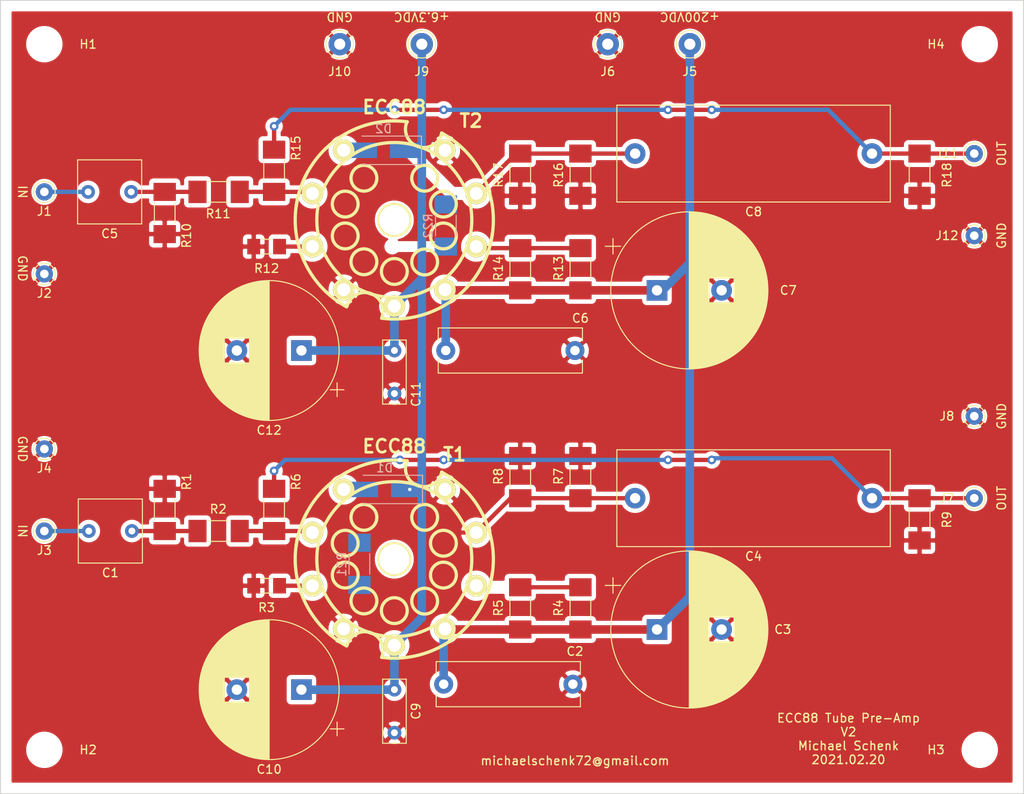
<source format=kicad_pcb>
(kicad_pcb (version 20171130) (host pcbnew "(5.1.9-0-10_14)")
  (layers (0 F.Cu signal) (31 B.Cu signal) (34 B.Paste user) (35 F.Paste user) (36 B.SilkS user) (37 F.SilkS user) (38 B.Mask user) (39 F.Mask user) (44 Edge.Cuts user))
  (net 0 "")
  (net 1 "Net-(C1-Pad2)")
  (net 2 "Net-(C1-Pad1)")
  (net 3 GND)
  (net 4 VDDA)
  (net 5 "Net-(C4-Pad2)")
  (net 6 "Net-(C4-Pad1)")
  (net 7 VDDF)
  (net 8 "Net-(R2-Pad1)")
  (net 9 "Net-(R3-Pad1)")
  (net 10 "Net-(C5-Pad2)")
  (net 11 "Net-(C5-Pad1)")
  (net 12 "Net-(C8-Pad2)")
  (net 13 "Net-(C8-Pad1)")
  (net 14 "Net-(R11-Pad1)")
  (net 15 "Net-(R12-Pad1)")
  (net 16 "Net-(R13-Pad2)")
  (net 17 "Net-(D1-Pad2)")
  (net 18 "Net-(D2-Pad2)")
  (net 19 "Net-(R21-Pad2)")
  (net 20 "Net-(R22-Pad2)")
  (module Diode_SMD:D_SMA_Handsoldering (layer B.Cu) (at 83.188 88.519 180)
    (fp_text reference D2 (at 0 2.5) (layer B.SilkS) (effects (justify mirror)))
    (fp_text value 1N4007)
    (pad 2 smd rect (at 2.5 0 180) (size 3.5 1.8) (layers B.Cu B.Paste B.Mask) (net 18 "Net-(D2-Pad2)"))
    (pad 1 smd rect (at -2.5 0 180) (size 3.5 1.8) (layers B.Cu B.Paste B.Mask) (net 12 "Net-(C8-Pad2)"))
  )
  (module Diode_SMD:D_SMA_Handsoldering (layer B.Cu) (at 83.312 127.889 180)
    (fp_text reference D1 (at 0 2.5) (layer B.SilkS) (effects (justify mirror)))
    (fp_text value 1N4007)
    (pad 2 smd rect (at 2.5 0 180) (size 3.5 1.8) (layers B.Cu B.Paste B.Mask) (net 17 "Net-(D1-Pad2)"))
    (pad 1 smd rect (at -2.5 0 180) (size 3.5 1.8) (layers B.Cu B.Paste B.Mask) (net 5 "Net-(C4-Pad2)"))
  )
  (module Resistor_SMD:R_MELF_MMB-0207 (layer B.Cu) (at 90.424 97.245 270)
    (fp_text reference R22 (at 0.05 2.05 90) (layer B.SilkS) (effects (justify mirror)))
    (fp_text value 100R)
    (pad 2 smd rect (at 2.45 0 270) (size 2.1 2.6) (layers B.Cu B.Paste B.Mask) (net 20 "Net-(R22-Pad2)"))
    (pad 1 smd rect (at -2.45 0 270) (size 2.1 2.6) (layers B.Cu B.Paste B.Mask) (net 18 "Net-(D2-Pad2)"))
  )
  (module Resistor_SMD:R_MELF_MMB-0207 (layer B.Cu) (at 80.391 136.525 270)
    (fp_text reference R21 (at 0.05 2.05 90) (layer B.SilkS) (effects (justify mirror)))
    (fp_text value 100R)
    (pad 2 smd rect (at 2.45 0 270) (size 2.1 2.6) (layers B.Cu B.Paste B.Mask) (net 19 "Net-(R21-Pad2)"))
    (pad 1 smd rect (at -2.45 0 270) (size 2.1 2.6) (layers B.Cu B.Paste B.Mask) (net 17 "Net-(D1-Pad2)"))
  )
  (module Capacitor_THT:C_Rect_L31.5mm_W11.0mm_P27.50mm_MKS4 (layer F.Cu) (at 139.895 88.9 180)
    (fp_text reference C8 (at 13.75 -6.75) (layer F.SilkS))
    (fp_text value 2.2uF)
    (pad 2 thru_hole circle (at 27.5 0 180) (size 2.4 2.4) (drill 1.2) (layers *.Cu *.Mask) (net 12 "Net-(C8-Pad2)"))
    (pad 1 thru_hole circle (at 0 0 180) (size 2.4 2.4) (drill 1.2) (layers *.Cu *.Mask) (net 13 "Net-(C8-Pad1)"))
  )
  (module Capacitor_THT:C_Rect_L31.5mm_W11.0mm_P27.50mm_MKS4 (layer F.Cu) (at 139.895 128.905 180)
    (fp_text reference C4 (at 13.75 -6.75) (layer F.SilkS))
    (fp_text value 2.2uF)
    (pad 2 thru_hole circle (at 27.5 0 180) (size 2.4 2.4) (drill 1.2) (layers *.Cu *.Mask) (net 5 "Net-(C4-Pad2)"))
    (pad 1 thru_hole circle (at 0 0 180) (size 2.4 2.4) (drill 1.2) (layers *.Cu *.Mask) (net 6 "Net-(C4-Pad1)"))
  )
  (module Capacitor_THT:CP_Radial_D16.0mm_P7.50mm (layer F.Cu) (at 73.66 111.76 180)
    (fp_text reference C12 (at 3.75 -9.25) (layer F.SilkS))
    (fp_text value 2200uF)
    (pad 2 thru_hole circle (at 7.5 0 180) (size 2.4 2.4) (drill 1.2) (layers *.Cu *.Mask) (net 3 GND))
    (pad 1 thru_hole rect (at 0 0 180) (size 2.4 2.4) (drill 1.2) (layers *.Cu *.Mask) (net 7 VDDF))
  )
  (module Capacitor_THT:C_Rect_L7.2mm_W2.5mm_P5.00mm_FKS2_FKP2_MKS2_MKP2 (layer F.Cu) (at 84.455 111.76 270)
    (fp_text reference C11 (at 5.08 -2.5 90) (layer F.SilkS))
    (fp_text value 100nF)
    (pad 2 thru_hole circle (at 5 0 270) (size 1.6 1.6) (drill 0.8) (layers *.Cu *.Mask) (net 3 GND))
    (pad 1 thru_hole circle (at 0 0 270) (size 1.6 1.6) (drill 0.8) (layers *.Cu *.Mask) (net 7 VDDF))
  )
  (module Capacitor_THT:CP_Radial_D16.0mm_P7.50mm (layer F.Cu) (at 73.66 151.13 180)
    (fp_text reference C10 (at 3.75 -9.25) (layer F.SilkS))
    (fp_text value 2200uF)
    (pad 2 thru_hole circle (at 7.5 0 180) (size 2.4 2.4) (drill 1.2) (layers *.Cu *.Mask) (net 3 GND))
    (pad 1 thru_hole rect (at 0 0 180) (size 2.4 2.4) (drill 1.2) (layers *.Cu *.Mask) (net 7 VDDF))
  )
  (module Capacitor_THT:C_Rect_L7.2mm_W2.5mm_P5.00mm_FKS2_FKP2_MKS2_MKP2 (layer F.Cu) (at 84.455 151.13 270)
    (fp_text reference C9 (at 2.5 -2.5 90) (layer F.SilkS))
    (fp_text value 100nF)
    (pad 2 thru_hole circle (at 5 0 270) (size 1.6 1.6) (drill 0.8) (layers *.Cu *.Mask) (net 3 GND))
    (pad 1 thru_hole circle (at 0 0 270) (size 1.6 1.6) (drill 0.8) (layers *.Cu *.Mask) (net 7 VDDF))
  )
  (module w_vacuum:socket_gzc9-b (layer F.Cu) (at 84.43976 96.6089 180)
    (fp_text reference T2 (at -8.90524 11.5189) (layer F.SilkS) (effects (font (size 1.524 1.524) (thickness 0.3048))))
    (fp_text value ECC88 (at 0 13.09878) (layer F.SilkS) (effects (font (size 1.524 1.524) (thickness 0.3048))))
    (pad "" np_thru_hole circle (at 0 0 180) (size 3.49758 3.49758) (drill 3.49758) (layers *.Cu *.Mask F.SilkS))
    (pad 1 thru_hole circle (at 5.87756 8.0899 180) (size 2.49936 2.49936) (drill 1.4986) (layers *.Cu *.Mask F.SilkS) (net 18 "Net-(D2-Pad2)"))
    (pad 2 thru_hole circle (at 9.50976 3.0861 180) (size 2.49936 2.49936) (drill 1.4986) (layers *.Cu *.Mask F.SilkS) (net 14 "Net-(R11-Pad1)"))
    (pad 3 thru_hole circle (at 9.50976 -3.0861 180) (size 2.49936 2.49936) (drill 1.4986) (layers *.Cu *.Mask F.SilkS) (net 15 "Net-(R12-Pad1)"))
    (pad 4 thru_hole circle (at 5.87756 -8.0899 180) (size 2.49936 2.49936) (drill 1.4986) (layers *.Cu *.Mask F.SilkS) (net 3 GND))
    (pad 5 thru_hole circle (at 0 -9.99998 180) (size 2.49936 2.49936) (drill 1.4986) (layers *.Cu *.Mask F.SilkS) (net 7 VDDF))
    (pad 6 thru_hole circle (at -5.87756 -8.0899 180) (size 2.49936 2.49936) (drill 1.4986) (layers *.Cu *.Mask F.SilkS) (net 4 VDDA))
    (pad 7 thru_hole circle (at -9.50976 -3.0861 180) (size 2.49936 2.49936) (drill 1.4986) (layers *.Cu *.Mask F.SilkS) (net 20 "Net-(R22-Pad2)"))
    (pad 8 thru_hole circle (at -9.50976 3.0861 180) (size 2.49936 2.49936) (drill 1.4986) (layers *.Cu *.Mask F.SilkS) (net 12 "Net-(C8-Pad2)"))
    (pad 9 thru_hole circle (at -5.87756 8.0899 180) (size 2.49936 2.49936) (drill 1.4986) (layers *.Cu *.Mask F.SilkS) (net 3 GND))
  )
  (module Resistor_SMD:R_MELF_MMB-0207 (layer F.Cu) (at 145.415 91.35 270)
    (fp_text reference R18 (at 0.05 -3.175 90) (layer F.SilkS))
    (fp_text value 1Meg)
    (pad 2 smd rect (at 2.45 0 270) (size 2.1 2.6) (layers F.Cu F.Paste F.Mask) (net 3 GND))
    (pad 1 smd rect (at -2.45 0 270) (size 2.1 2.6) (layers F.Cu F.Paste F.Mask) (net 13 "Net-(C8-Pad1)"))
  )
  (module Resistor_SMD:R_MELF_MMB-0207 (layer F.Cu) (at 99.06 91.35 270)
    (fp_text reference R17 (at 0.05 2.54 90) (layer F.SilkS))
    (fp_text value 39k)
    (pad 2 smd rect (at 2.45 0 270) (size 2.1 2.6) (layers F.Cu F.Paste F.Mask) (net 3 GND))
    (pad 1 smd rect (at -2.45 0 270) (size 2.1 2.6) (layers F.Cu F.Paste F.Mask) (net 12 "Net-(C8-Pad2)"))
  )
  (module Resistor_SMD:R_MELF_MMB-0207 (layer F.Cu) (at 106.045 91.35 270)
    (fp_text reference R16 (at 0.05 2.54 90) (layer F.SilkS))
    (fp_text value 56k)
    (pad 2 smd rect (at 2.45 0 270) (size 2.1 2.6) (layers F.Cu F.Paste F.Mask) (net 3 GND))
    (pad 1 smd rect (at -2.45 0 270) (size 2.1 2.6) (layers F.Cu F.Paste F.Mask) (net 12 "Net-(C8-Pad2)"))
  )
  (module Resistor_SMD:R_MELF_MMB-0207 (layer F.Cu) (at 70.485 90.895 270)
    (fp_text reference R15 (at -2.63 -2.54 90) (layer F.SilkS))
    (fp_text value 100k)
    (pad 2 smd rect (at 2.45 0 270) (size 2.1 2.6) (layers F.Cu F.Paste F.Mask) (net 14 "Net-(R11-Pad1)"))
    (pad 1 smd rect (at -2.45 0 270) (size 2.1 2.6) (layers F.Cu F.Paste F.Mask) (net 13 "Net-(C8-Pad1)"))
  )
  (module Resistor_SMD:R_MELF_MMB-0207 (layer F.Cu) (at 99.06 102.325 90)
    (fp_text reference R14 (at 0.09 -2.54 90) (layer F.SilkS))
    (fp_text value 39k)
    (pad 2 smd rect (at 2.45 0 90) (size 2.1 2.6) (layers F.Cu F.Paste F.Mask) (net 18 "Net-(D2-Pad2)"))
    (pad 1 smd rect (at -2.45 0 90) (size 2.1 2.6) (layers F.Cu F.Paste F.Mask) (net 4 VDDA))
  )
  (module Resistor_SMD:R_MELF_MMB-0207 (layer F.Cu) (at 106.045 102.325 90)
    (fp_text reference R13 (at 0.09 -2.54 90) (layer F.SilkS))
    (fp_text value 56k)
    (pad 2 smd rect (at 2.45 0 90) (size 2.1 2.6) (layers F.Cu F.Paste F.Mask) (net 18 "Net-(D2-Pad2)"))
    (pad 1 smd rect (at -2.45 0 90) (size 2.1 2.6) (layers F.Cu F.Paste F.Mask) (net 4 VDDA))
  )
  (module Resistor_SMD:R_MiniMELF_MMA-0204 (layer F.Cu) (at 69.62 99.695 180)
    (fp_text reference R12 (at 0 -2.54) (layer F.SilkS))
    (fp_text value 1.21k)
    (pad 2 smd rect (at 1.5 0 180) (size 1.5 1.8) (layers F.Cu F.Paste F.Mask) (net 3 GND))
    (pad 1 smd rect (at -1.5 0 180) (size 1.5 1.8) (layers F.Cu F.Paste F.Mask) (net 15 "Net-(R12-Pad1)"))
  )
  (module Resistor_SMD:R_MELF_MMB-0207 (layer F.Cu) (at 64.045 93.345 180)
    (fp_text reference R11 (at 0.05 -2.54) (layer F.SilkS))
    (fp_text value 47k)
    (pad 2 smd rect (at 2.45 0 180) (size 2.1 2.6) (layers F.Cu F.Paste F.Mask) (net 11 "Net-(C5-Pad1)"))
    (pad 1 smd rect (at -2.45 0 180) (size 2.1 2.6) (layers F.Cu F.Paste F.Mask) (net 14 "Net-(R11-Pad1)"))
  )
  (module Resistor_SMD:R_MELF_MMB-0207 (layer F.Cu) (at 57.785 95.795 270)
    (fp_text reference R10 (at 2.63 -2.54 90) (layer F.SilkS))
    (fp_text value 1Meg)
    (pad 2 smd rect (at 2.45 0 270) (size 2.1 2.6) (layers F.Cu F.Paste F.Mask) (net 3 GND))
    (pad 1 smd rect (at -2.45 0 270) (size 2.1 2.6) (layers F.Cu F.Paste F.Mask) (net 11 "Net-(C5-Pad1)"))
  )
  (module Connector_Pin:Pin_D1.0mm_L10.0mm (layer F.Cu) (at 151.765 98.425)
    (fp_text reference J12 (at -3.175 0) (layer F.SilkS))
    (fp_text value Conn_01x01)
    (pad 1 thru_hole circle (at 0 0) (size 2 2) (drill 1) (layers *.Cu *.Mask) (net 3 GND))
  )
  (module Connector_Pin:Pin_D1.0mm_L10.0mm (layer F.Cu) (at 151.765 88.9)
    (fp_text reference J11 (at -3.175 0) (layer F.SilkS))
    (fp_text value Conn_01x01)
    (pad 1 thru_hole circle (at 0 0) (size 2 2) (drill 1) (layers *.Cu *.Mask) (net 13 "Net-(C8-Pad1)"))
  )
  (module Connector_Pin:Pin_D1.3mm_L11.0mm (layer F.Cu) (at 78.105 76.2)
    (fp_text reference J10 (at 0 3.175) (layer F.SilkS))
    (fp_text value Conn_01x01)
    (pad 1 thru_hole circle (at 0 0) (size 2.6 2.6) (drill 1.3) (layers *.Cu *.Mask) (net 3 GND))
  )
  (module Connector_Pin:Pin_D1.3mm_L11.0mm (layer F.Cu) (at 87.63 76.2)
    (fp_text reference J9 (at 0 3.175) (layer F.SilkS))
    (fp_text value Conn_01x01)
    (pad 1 thru_hole circle (at 0 0) (size 2.6 2.6) (drill 1.3) (layers *.Cu *.Mask) (net 7 VDDF))
  )
  (module Connector_Pin:Pin_D1.0mm_L10.0mm (layer F.Cu) (at 43.815 102.87)
    (fp_text reference J2 (at 0 2.25) (layer F.SilkS))
    (fp_text value Conn_01x01)
    (pad 1 thru_hole circle (at 0 0) (size 2 2) (drill 1) (layers *.Cu *.Mask) (net 3 GND))
  )
  (module Connector_Pin:Pin_D1.0mm_L10.0mm (layer F.Cu) (at 43.815 93.345)
    (fp_text reference J1 (at 0 2.25) (layer F.SilkS))
    (fp_text value Conn_01x01)
    (pad 1 thru_hole circle (at 0 0) (size 2 2) (drill 1) (layers *.Cu *.Mask) (net 10 "Net-(C5-Pad2)"))
  )
  (module Capacitor_THT:CP_Radial_D18.0mm_P7.50mm (layer F.Cu) (at 114.935 104.775)
    (fp_text reference C7 (at 15.24 0) (layer F.SilkS))
    (fp_text value 100uF)
    (pad 2 thru_hole circle (at 7.5 0) (size 2.4 2.4) (drill 1.2) (layers *.Cu *.Mask) (net 3 GND))
    (pad 1 thru_hole rect (at 0 0) (size 2.4 2.4) (drill 1.2) (layers *.Cu *.Mask) (net 4 VDDA))
  )
  (module Capacitor_THT:C_Rect_L16.5mm_W5.0mm_P15.00mm_MKT (layer F.Cu) (at 90.41 111.76)
    (fp_text reference C6 (at 15.635 -3.75) (layer F.SilkS))
    (fp_text value 100nF)
    (pad 2 thru_hole circle (at 15 0) (size 2.2 2.2) (drill 1.1) (layers *.Cu *.Mask) (net 3 GND))
    (pad 1 thru_hole circle (at 0 0) (size 2.2 2.2) (drill 1.1) (layers *.Cu *.Mask) (net 4 VDDA))
  )
  (module Capacitor_THT:C_Rect_L7.2mm_W7.2mm_P5.00mm_FKS2_FKP2_MKS2_MKP2 (layer F.Cu) (at 53.895 93.345 180)
    (fp_text reference C5 (at 2.5 -4.85) (layer F.SilkS))
    (fp_text value 3.3uF)
    (pad 2 thru_hole circle (at 5 0 180) (size 1.6 1.6) (drill 0.8) (layers *.Cu *.Mask) (net 10 "Net-(C5-Pad2)"))
    (pad 1 thru_hole circle (at 0 0 180) (size 1.6 1.6) (drill 0.8) (layers *.Cu *.Mask) (net 11 "Net-(C5-Pad1)"))
  )
  (module Resistor_SMD:R_MELF_MMB-0207 (layer F.Cu) (at 145.415 131.355 270)
    (fp_text reference R9 (at 0.05 -3.175 90) (layer F.SilkS))
    (fp_text value 1Meg)
    (pad 2 smd rect (at 2.45 0 270) (size 2.1 2.6) (layers F.Cu F.Paste F.Mask) (net 3 GND))
    (pad 1 smd rect (at -2.45 0 270) (size 2.1 2.6) (layers F.Cu F.Paste F.Mask) (net 6 "Net-(C4-Pad1)"))
  )
  (module Resistor_SMD:R_MELF_MMB-0207 (layer F.Cu) (at 99.06 126.455 90)
    (fp_text reference R8 (at 0.09 -2.54 90) (layer F.SilkS))
    (fp_text value 39k)
    (pad 2 smd rect (at 2.45 0 90) (size 2.1 2.6) (layers F.Cu F.Paste F.Mask) (net 3 GND))
    (pad 1 smd rect (at -2.45 0 90) (size 2.1 2.6) (layers F.Cu F.Paste F.Mask) (net 5 "Net-(C4-Pad2)"))
  )
  (module Resistor_SMD:R_MELF_MMB-0207 (layer F.Cu) (at 106.045 126.455 90)
    (fp_text reference R7 (at 0.09 -2.54 90) (layer F.SilkS))
    (fp_text value 56k)
    (pad 2 smd rect (at 2.45 0 90) (size 2.1 2.6) (layers F.Cu F.Paste F.Mask) (net 3 GND))
    (pad 1 smd rect (at -2.45 0 90) (size 2.1 2.6) (layers F.Cu F.Paste F.Mask) (net 5 "Net-(C4-Pad2)"))
  )
  (module Resistor_SMD:R_MELF_MMB-0207 (layer F.Cu) (at 70.485 130.265 270)
    (fp_text reference R6 (at -3.265 -2.54 90) (layer F.SilkS))
    (fp_text value 100k)
    (pad 2 smd rect (at 2.45 0 270) (size 2.1 2.6) (layers F.Cu F.Paste F.Mask) (net 8 "Net-(R2-Pad1)"))
    (pad 1 smd rect (at -2.45 0 270) (size 2.1 2.6) (layers F.Cu F.Paste F.Mask) (net 6 "Net-(C4-Pad1)"))
  )
  (module Resistor_SMD:R_MELF_MMB-0207 (layer F.Cu) (at 99.06 141.695 90)
    (fp_text reference R5 (at 0.05 -2.54 90) (layer F.SilkS))
    (fp_text value 39k)
    (pad 2 smd rect (at 2.45 0 90) (size 2.1 2.6) (layers F.Cu F.Paste F.Mask) (net 17 "Net-(D1-Pad2)"))
    (pad 1 smd rect (at -2.45 0 90) (size 2.1 2.6) (layers F.Cu F.Paste F.Mask) (net 4 VDDA))
  )
  (module Resistor_SMD:R_MELF_MMB-0207 (layer F.Cu) (at 106.045 141.695 90)
    (fp_text reference R4 (at 0.05 -2.54 90) (layer F.SilkS))
    (fp_text value 56k)
    (pad 2 smd rect (at 2.45 0 90) (size 2.1 2.6) (layers F.Cu F.Paste F.Mask) (net 17 "Net-(D1-Pad2)"))
    (pad 1 smd rect (at -2.45 0 90) (size 2.1 2.6) (layers F.Cu F.Paste F.Mask) (net 4 VDDA))
  )
  (module Resistor_SMD:R_MiniMELF_MMA-0204 (layer F.Cu) (at 69.62 139.065 180)
    (fp_text reference R3 (at 0 -2.54) (layer F.SilkS))
    (fp_text value 1.21k)
    (pad 2 smd rect (at 1.5 0 180) (size 1.5 1.8) (layers F.Cu F.Paste F.Mask) (net 3 GND))
    (pad 1 smd rect (at -1.5 0 180) (size 1.5 1.8) (layers F.Cu F.Paste F.Mask) (net 9 "Net-(R3-Pad1)"))
  )
  (module Resistor_SMD:R_MELF_MMB-0207 (layer F.Cu) (at 64.045 132.715 180)
    (fp_text reference R2 (at 0.05 2.54) (layer F.SilkS))
    (fp_text value 47k)
    (pad 2 smd rect (at 2.45 0 180) (size 2.1 2.6) (layers F.Cu F.Paste F.Mask) (net 2 "Net-(C1-Pad1)"))
    (pad 1 smd rect (at -2.45 0 180) (size 2.1 2.6) (layers F.Cu F.Paste F.Mask) (net 8 "Net-(R2-Pad1)"))
  )
  (module Resistor_SMD:R_MELF_MMB-0207 (layer F.Cu) (at 57.785 130.265 90)
    (fp_text reference R1 (at 3.265 2.54 90) (layer F.SilkS))
    (fp_text value 1Meg)
    (pad 2 smd rect (at 2.45 0 90) (size 2.1 2.6) (layers F.Cu F.Paste F.Mask) (net 3 GND))
    (pad 1 smd rect (at -2.45 0 90) (size 2.1 2.6) (layers F.Cu F.Paste F.Mask) (net 2 "Net-(C1-Pad1)"))
  )
  (module Connector_Pin:Pin_D1.0mm_L10.0mm (layer F.Cu) (at 151.765 119.38)
    (fp_text reference J8 (at -3.175 0) (layer F.SilkS))
    (fp_text value Conn_01x01)
    (pad 1 thru_hole circle (at 0 0) (size 2 2) (drill 1) (layers *.Cu *.Mask) (net 3 GND))
  )
  (module Connector_Pin:Pin_D1.0mm_L10.0mm (layer F.Cu) (at 151.765 128.905)
    (fp_text reference J7 (at -3.175 0) (layer F.SilkS))
    (fp_text value Conn_01x01)
    (pad 1 thru_hole circle (at 0 0) (size 2 2) (drill 1) (layers *.Cu *.Mask) (net 6 "Net-(C4-Pad1)"))
  )
  (module Connector_Pin:Pin_D1.3mm_L11.0mm (layer F.Cu) (at 109.22 76.2)
    (fp_text reference J6 (at 0 3.175) (layer F.SilkS))
    (fp_text value Conn_01x01)
    (pad 1 thru_hole circle (at 0 0) (size 2.6 2.6) (drill 1.3) (layers *.Cu *.Mask) (net 3 GND))
  )
  (module Connector_Pin:Pin_D1.3mm_L11.0mm (layer F.Cu) (at 118.745 76.2)
    (fp_text reference J5 (at 0 3.175) (layer F.SilkS))
    (fp_text value Conn_01x01)
    (pad 1 thru_hole circle (at 0 0) (size 2.6 2.6) (drill 1.3) (layers *.Cu *.Mask) (net 4 VDDA))
  )
  (module Connector_Pin:Pin_D1.0mm_L10.0mm (layer F.Cu) (at 43.815 123.19)
    (fp_text reference J4 (at 0 2.25) (layer F.SilkS))
    (fp_text value Conn_01x01)
    (pad 1 thru_hole circle (at 0 0) (size 2 2) (drill 1) (layers *.Cu *.Mask) (net 3 GND))
  )
  (module Connector_Pin:Pin_D1.0mm_L10.0mm (layer F.Cu) (at 43.815 132.715)
    (fp_text reference J3 (at 0 2.25) (layer F.SilkS))
    (fp_text value Conn_01x01)
    (pad 1 thru_hole circle (at 0 0) (size 2 2) (drill 1) (layers *.Cu *.Mask) (net 1 "Net-(C1-Pad2)"))
  )
  (module MountingHole:MountingHole_3.2mm_M3 (layer F.Cu) (at 152.4 76.2)
    (fp_text reference H4 (at -5.08 0) (layer F.SilkS))
    (fp_text value MountingHole)
    (pad 1 np_thru_hole circle (at 0 0) (size 3.2 3.2) (drill 3.2) (layers *.Cu *.Mask))
  )
  (module MountingHole:MountingHole_3.2mm_M3 (layer F.Cu) (at 152.4 158.115)
    (fp_text reference H3 (at -5.08 0) (layer F.SilkS))
    (fp_text value MountingHole)
    (pad 1 np_thru_hole circle (at 0 0) (size 3.2 3.2) (drill 3.2) (layers *.Cu *.Mask))
  )
  (module MountingHole:MountingHole_3.2mm_M3 (layer F.Cu) (at 43.815 158.115)
    (fp_text reference H2 (at 5.08 0) (layer F.SilkS))
    (fp_text value MountingHole)
    (pad 1 np_thru_hole circle (at 0 0) (size 3.2 3.2) (drill 3.2) (layers *.Cu *.Mask))
  )
  (module MountingHole:MountingHole_3.2mm_M3 (layer F.Cu) (at 43.815 76.2)
    (fp_text reference H1 (at 5.08 0) (layer F.SilkS))
    (fp_text value MountingHole)
    (pad 1 np_thru_hole circle (at 0 0) (size 3.2 3.2) (drill 3.2) (layers *.Cu *.Mask))
  )
  (module Capacitor_THT:CP_Radial_D18.0mm_P7.50mm (layer F.Cu) (at 114.935 144.145)
    (fp_text reference C3 (at 14.605 0) (layer F.SilkS))
    (fp_text value 100uF)
    (pad 2 thru_hole circle (at 7.5 0) (size 2.4 2.4) (drill 1.2) (layers *.Cu *.Mask) (net 3 GND))
    (pad 1 thru_hole rect (at 0 0) (size 2.4 2.4) (drill 1.2) (layers *.Cu *.Mask) (net 4 VDDA))
  )
  (module Capacitor_THT:C_Rect_L16.5mm_W5.0mm_P15.00mm_MKT (layer F.Cu) (at 90.17 150.495)
    (fp_text reference C2 (at 15.24 -3.81) (layer F.SilkS))
    (fp_text value 100nF)
    (pad 2 thru_hole circle (at 15 0) (size 2.2 2.2) (drill 1.1) (layers *.Cu *.Mask) (net 3 GND))
    (pad 1 thru_hole circle (at 0 0) (size 2.2 2.2) (drill 1.1) (layers *.Cu *.Mask) (net 4 VDDA))
  )
  (module Capacitor_THT:C_Rect_L7.2mm_W7.2mm_P5.00mm_FKS2_FKP2_MKS2_MKP2 (layer F.Cu) (at 53.975 132.715 180)
    (fp_text reference C1 (at 2.5 -4.85) (layer F.SilkS))
    (fp_text value 3.3uF)
    (pad 2 thru_hole circle (at 5 0 180) (size 1.6 1.6) (drill 0.8) (layers *.Cu *.Mask) (net 1 "Net-(C1-Pad2)"))
    (pad 1 thru_hole circle (at 0 0 180) (size 1.6 1.6) (drill 0.8) (layers *.Cu *.Mask) (net 2 "Net-(C1-Pad1)"))
  )
  (module w_vacuum:socket_gzc9-b (layer F.Cu) (at 84.43976 135.9789 180)
    (fp_text reference T1 (at -7.00024 12.1539) (layer F.SilkS) (effects (font (size 1.524 1.524) (thickness 0.3048))))
    (fp_text value ECC88 (at 0 13.09878) (layer F.SilkS) (effects (font (size 1.524 1.524) (thickness 0.3048))))
    (pad "" np_thru_hole circle (at 0 0 180) (size 3.49758 3.49758) (drill 3.49758) (layers *.Cu *.Mask F.SilkS))
    (pad 1 thru_hole circle (at 5.87756 8.0899 180) (size 2.49936 2.49936) (drill 1.4986) (layers *.Cu *.Mask F.SilkS) (net 17 "Net-(D1-Pad2)"))
    (pad 2 thru_hole circle (at 9.50976 3.0861 180) (size 2.49936 2.49936) (drill 1.4986) (layers *.Cu *.Mask F.SilkS) (net 8 "Net-(R2-Pad1)"))
    (pad 3 thru_hole circle (at 9.50976 -3.0861 180) (size 2.49936 2.49936) (drill 1.4986) (layers *.Cu *.Mask F.SilkS) (net 9 "Net-(R3-Pad1)"))
    (pad 4 thru_hole circle (at 5.87756 -8.0899 180) (size 2.49936 2.49936) (drill 1.4986) (layers *.Cu *.Mask F.SilkS) (net 3 GND))
    (pad 5 thru_hole circle (at 0 -9.99998 180) (size 2.49936 2.49936) (drill 1.4986) (layers *.Cu *.Mask F.SilkS) (net 7 VDDF))
    (pad 6 thru_hole circle (at -5.87756 -8.0899 180) (size 2.49936 2.49936) (drill 1.4986) (layers *.Cu *.Mask F.SilkS) (net 4 VDDA))
    (pad 7 thru_hole circle (at -9.50976 -3.0861 180) (size 2.49936 2.49936) (drill 1.4986) (layers *.Cu *.Mask F.SilkS) (net 19 "Net-(R21-Pad2)"))
    (pad 8 thru_hole circle (at -9.50976 3.0861 180) (size 2.49936 2.49936) (drill 1.4986) (layers *.Cu *.Mask F.SilkS) (net 5 "Net-(C4-Pad2)"))
    (pad 9 thru_hole circle (at -5.87756 8.0899 180) (size 2.49936 2.49936) (drill 1.4986) (layers *.Cu *.Mask F.SilkS) (net 3 GND))
  )
  (gr_text GND (at 78.105 73.025 180) (layer F.SilkS) (effects (font (size 1 1))))
  (gr_text GND (at 109.22 73.025 180) (layer F.SilkS) (effects (font (size 1 1))))
  (gr_text +6.3VDC (at 87.63 73.025 180) (layer F.SilkS) (effects (font (size 1 1))))
  (gr_text +200VDC (at 118.745 73.025 180) (layer F.SilkS) (effects (font (size 1 1))))
  (gr_text OUT (at 154.94 88.9 90) (layer F.SilkS) (effects (font (size 1 1))))
  (gr_text OUT (at 154.94 128.905 90) (layer F.SilkS) (effects (font (size 1 1))))
  (gr_text GND (at 154.94 119.38 90) (layer F.SilkS) (effects (font (size 1 1))))
  (gr_text GND (at 154.94 98.425 90) (layer F.SilkS) (effects (font (size 1 1))))
  (gr_text GND (at 41.275 102.235 270) (layer F.SilkS) (effects (font (size 1 1))))
  (gr_text GND (at 41.275 123.19 270) (layer F.SilkS) (effects (font (size 1 1))))
  (gr_text IN (at 41.275 132.715 270) (layer F.SilkS) (effects (font (size 1 1))))
  (gr_text IN (at 41.275 93.345 270) (layer F.SilkS) (effects (font (size 1 1))))
  (gr_text "ECC88 Tube Pre-Amp\nV2\nMichael Schenk\n2021.02.20" (at 137.16 156.845) (layer F.SilkS) (effects (font (size 1 1))))
  (gr_text michaelschenk72@gmail.com (at 105.41 159.385) (layer F.SilkS) (effects (font (size 1 1))))
  (gr_line (start 157.48 71.12) (end 157.48 163.195) (layer Edge.Cuts) (width 0.1))
  (gr_line (start 38.735 71.12) (end 157.48 71.12) (layer Edge.Cuts) (width 0.1))
  (gr_line (start 38.735 163.195) (end 38.735 71.12) (layer Edge.Cuts) (width 0.1))
  (gr_line (start 157.48 163.195) (end 38.735 163.195) (layer Edge.Cuts) (width 0.1))
  (segment (start 43.815 132.715) (end 48.975 132.715) (width 0.5) (layer B.Cu) (net 1))
  (segment (start 53.975 132.715) (end 57.785 132.715) (width 0.5) (layer F.Cu) (net 2))
  (segment (start 57.785 132.715) (end 61.595 132.715) (width 0.5) (layer F.Cu) (net 2))
  (segment (start 118.745 140.335) (end 114.935 144.145) (width 1) (layer B.Cu) (net 4))
  (segment (start 115.57 104.775) (end 118.745 101.6) (width 1) (layer B.Cu) (net 4))
  (segment (start 118.745 101.6) (end 118.745 140.335) (width 1) (layer B.Cu) (net 4))
  (segment (start 114.935 104.775) (end 115.57 104.775) (width 1) (layer B.Cu) (net 4))
  (segment (start 118.745 101.6) (end 118.745 76.2) (width 1) (layer B.Cu) (net 4))
  (segment (start 90.41 104.79148) (end 90.31732 104.6988) (width 1) (layer B.Cu) (net 4))
  (segment (start 90.41 111.76) (end 90.41 104.79148) (width 1) (layer B.Cu) (net 4))
  (segment (start 90.17 144.21612) (end 90.31732 144.0688) (width 1) (layer B.Cu) (net 4))
  (segment (start 90.17 150.495) (end 90.17 144.21612) (width 1) (layer B.Cu) (net 4))
  (segment (start 114.935 144.145) (end 106.045 144.145) (width 1) (layer F.Cu) (net 4))
  (segment (start 106.045 144.145) (end 99.06 144.145) (width 1) (layer F.Cu) (net 4))
  (segment (start 90.39352 144.145) (end 90.31732 144.0688) (width 1) (layer F.Cu) (net 4))
  (segment (start 99.06 144.145) (end 90.39352 144.145) (width 1) (layer F.Cu) (net 4))
  (segment (start 114.935 104.775) (end 106.045 104.775) (width 1) (layer F.Cu) (net 4))
  (segment (start 106.045 104.775) (end 99.06 104.775) (width 1) (layer F.Cu) (net 4))
  (segment (start 90.39352 104.775) (end 90.31732 104.6988) (width 1) (layer F.Cu) (net 4))
  (segment (start 99.06 104.775) (end 90.39352 104.775) (width 1) (layer F.Cu) (net 4))
  (segment (start 97.93732 128.905) (end 99.06 128.905) (width 0.5) (layer F.Cu) (net 5))
  (segment (start 93.94952 132.8928) (end 97.93732 128.905) (width 0.5) (layer F.Cu) (net 5))
  (segment (start 99.06 128.905) (end 106.045 128.905) (width 0.5) (layer F.Cu) (net 5))
  (segment (start 106.045 128.905) (end 112.395 128.905) (width 0.5) (layer F.Cu) (net 5))
  (via (at 86.233 127.889) (size 0.8) (drill 0.4) (layers F.Cu B.Cu) (net 5))
  (segment (start 84.712 127.889) (end 86.233 127.889) (width 0.5) (layer B.Cu) (net 5))
  (segment (start 91.2368 132.8928) (end 93.94952 132.8928) (width 0.5) (layer F.Cu) (net 5))
  (segment (start 86.233 127.889) (end 91.2368 132.8928) (width 0.5) (layer F.Cu) (net 5))
  (segment (start 139.895 128.905) (end 145.415 128.905) (width 0.5) (layer F.Cu) (net 6))
  (segment (start 145.415 128.905) (end 151.765 128.905) (width 0.5) (layer F.Cu) (net 6))
  (segment (start 139.895 128.905) (end 135.255 124.265) (width 0.5) (layer B.Cu) (net 6))
  (via (at 121.285 124.46) (size 1) (drill 0.5) (layers F.Cu B.Cu) (net 6))
  (segment (start 121.48 124.265) (end 121.285 124.46) (width 0.5) (layer B.Cu) (net 6))
  (segment (start 135.255 124.265) (end 121.48 124.265) (width 0.5) (layer B.Cu) (net 6))
  (via (at 116.205 124.46) (size 1) (drill 0.5) (layers F.Cu B.Cu) (net 6))
  (segment (start 121.285 124.46) (end 116.205 124.46) (width 0.5) (layer F.Cu) (net 6))
  (via (at 90.17 124.46) (size 1) (drill 0.5) (layers F.Cu B.Cu) (net 6))
  (segment (start 116.205 124.46) (end 90.17 124.46) (width 0.5) (layer B.Cu) (net 6))
  (via (at 85.09 124.46) (size 1) (drill 0.5) (layers F.Cu B.Cu) (net 6))
  (segment (start 90.17 124.46) (end 85.09 124.46) (width 0.5) (layer F.Cu) (net 6))
  (via (at 70.485 125.73) (size 1) (drill 0.5) (layers F.Cu B.Cu) (net 6))
  (segment (start 71.755 124.46) (end 70.485 125.73) (width 0.5) (layer B.Cu) (net 6))
  (segment (start 85.09 124.46) (end 71.755 124.46) (width 0.5) (layer B.Cu) (net 6))
  (segment (start 70.485 125.73) (end 70.485 127.815) (width 0.5) (layer F.Cu) (net 6))
  (segment (start 87.63 103.41864) (end 84.43976 106.60888) (width 1) (layer B.Cu) (net 7))
  (segment (start 87.63 142.78864) (end 84.43976 145.97888) (width 1) (layer B.Cu) (net 7))
  (segment (start 87.63 103.41864) (end 87.63 142.78864) (width 1) (layer B.Cu) (net 7))
  (segment (start 84.455 106.62412) (end 84.43976 106.60888) (width 1) (layer B.Cu) (net 7))
  (segment (start 84.455 111.76) (end 84.455 106.62412) (width 1) (layer B.Cu) (net 7))
  (segment (start 73.66 111.76) (end 84.455 111.76) (width 1) (layer B.Cu) (net 7))
  (segment (start 84.455 145.99412) (end 84.43976 145.97888) (width 1) (layer B.Cu) (net 7))
  (segment (start 84.455 151.13) (end 84.455 145.99412) (width 1) (layer B.Cu) (net 7))
  (segment (start 73.66 151.13) (end 84.455 151.13) (width 1) (layer B.Cu) (net 7))
  (segment (start 87.63 103.41864) (end 87.63 76.2) (width 1) (layer B.Cu) (net 7))
  (segment (start 66.495 132.715) (end 70.485 132.715) (width 0.5) (layer F.Cu) (net 8))
  (segment (start 74.7522 132.715) (end 74.93 132.8928) (width 0.5) (layer F.Cu) (net 8))
  (segment (start 70.485 132.715) (end 74.7522 132.715) (width 0.5) (layer F.Cu) (net 8))
  (segment (start 71.12 139.065) (end 74.93 139.065) (width 0.5) (layer F.Cu) (net 9))
  (segment (start 43.815 93.345) (end 48.895 93.345) (width 0.5) (layer B.Cu) (net 10))
  (segment (start 53.895 93.345) (end 57.785 93.345) (width 0.5) (layer F.Cu) (net 11))
  (segment (start 57.785 93.345) (end 61.595 93.345) (width 0.5) (layer F.Cu) (net 11))
  (segment (start 98.57232 88.9) (end 99.06 88.9) (width 0.5) (layer F.Cu) (net 12))
  (segment (start 93.94952 93.5228) (end 98.57232 88.9) (width 0.5) (layer F.Cu) (net 12))
  (segment (start 99.06 88.9) (end 106.045 88.9) (width 0.5) (layer F.Cu) (net 12))
  (segment (start 106.045 88.9) (end 112.395 88.9) (width 0.5) (layer F.Cu) (net 12))
  (segment (start 139.895 88.9) (end 145.415 88.9) (width 0.5) (layer F.Cu) (net 13))
  (segment (start 145.415 88.9) (end 151.765 88.9) (width 0.5) (layer F.Cu) (net 13))
  (segment (start 139.895 88.9) (end 134.815 83.82) (width 0.5) (layer B.Cu) (net 13))
  (via (at 121.285 83.82) (size 1) (drill 0.5) (layers F.Cu B.Cu) (net 13))
  (segment (start 134.815 83.82) (end 121.285 83.82) (width 0.5) (layer B.Cu) (net 13))
  (via (at 116.205 83.82) (size 1) (drill 0.5) (layers F.Cu B.Cu) (net 13))
  (segment (start 121.285 83.82) (end 116.205 83.82) (width 0.5) (layer F.Cu) (net 13))
  (via (at 90.17 83.82) (size 1) (drill 0.5) (layers F.Cu B.Cu) (net 13))
  (segment (start 116.205 83.82) (end 90.17 83.82) (width 0.5) (layer B.Cu) (net 13))
  (via (at 84.455 83.82) (size 1) (drill 0.5) (layers F.Cu B.Cu) (net 13))
  (segment (start 90.17 83.82) (end 84.455 83.82) (width 0.5) (layer F.Cu) (net 13))
  (via (at 70.485 85.725) (size 1) (drill 0.5) (layers F.Cu B.Cu) (net 13))
  (segment (start 72.39 83.82) (end 70.485 85.725) (width 0.5) (layer B.Cu) (net 13))
  (segment (start 84.455 83.82) (end 72.39 83.82) (width 0.5) (layer B.Cu) (net 13))
  (segment (start 70.485 85.725) (end 70.485 88.445) (width 0.5) (layer F.Cu) (net 13))
  (segment (start 66.495 93.345) (end 70.485 93.345) (width 0.5) (layer F.Cu) (net 14))
  (segment (start 74.7522 93.345) (end 74.93 93.5228) (width 0.5) (layer F.Cu) (net 14))
  (segment (start 70.485 93.345) (end 74.7522 93.345) (width 0.5) (layer F.Cu) (net 14))
  (segment (start 71.12 99.695) (end 74.93 99.695) (width 0.5) (layer F.Cu) (net 15))
  (segment (start 106.045 99.875) (end 99.06 99.875) (width 0.5) (layer F.Cu) (net 16))
  (segment (start 94.12952 99.875) (end 93.94952 99.695) (width 0.5) (layer F.Cu) (net 16))
  (segment (start 99.06 99.875) (end 94.12952 99.875) (width 0.5) (layer F.Cu) (net 16))
  (segment (start 106.045 139.245) (end 99.06 139.245) (width 0.5) (layer F.Cu) (net 17))
  (segment (start 78.5622 127.889) (end 81.912 127.889) (width 0.5) (layer B.Cu) (net 17))
  (segment (start 94.12952 139.245) (end 93.94952 139.065) (width 0.5) (layer F.Cu) (net 19))
  (zone (net 3) (net_name GND) (layer F.Cu) (connect_pads (clearance 0.508)) (min_thickness 0.254) (fill yes (arc_segments 32) (thermal_gap 0.508) (thermal_bridge_width 0.508))
    (polygon (pts (xy 156.21 161.925) (xy 40.005 161.925) (xy 40.005 72.39) (xy 156.21 72.39)))
  )
)
</source>
